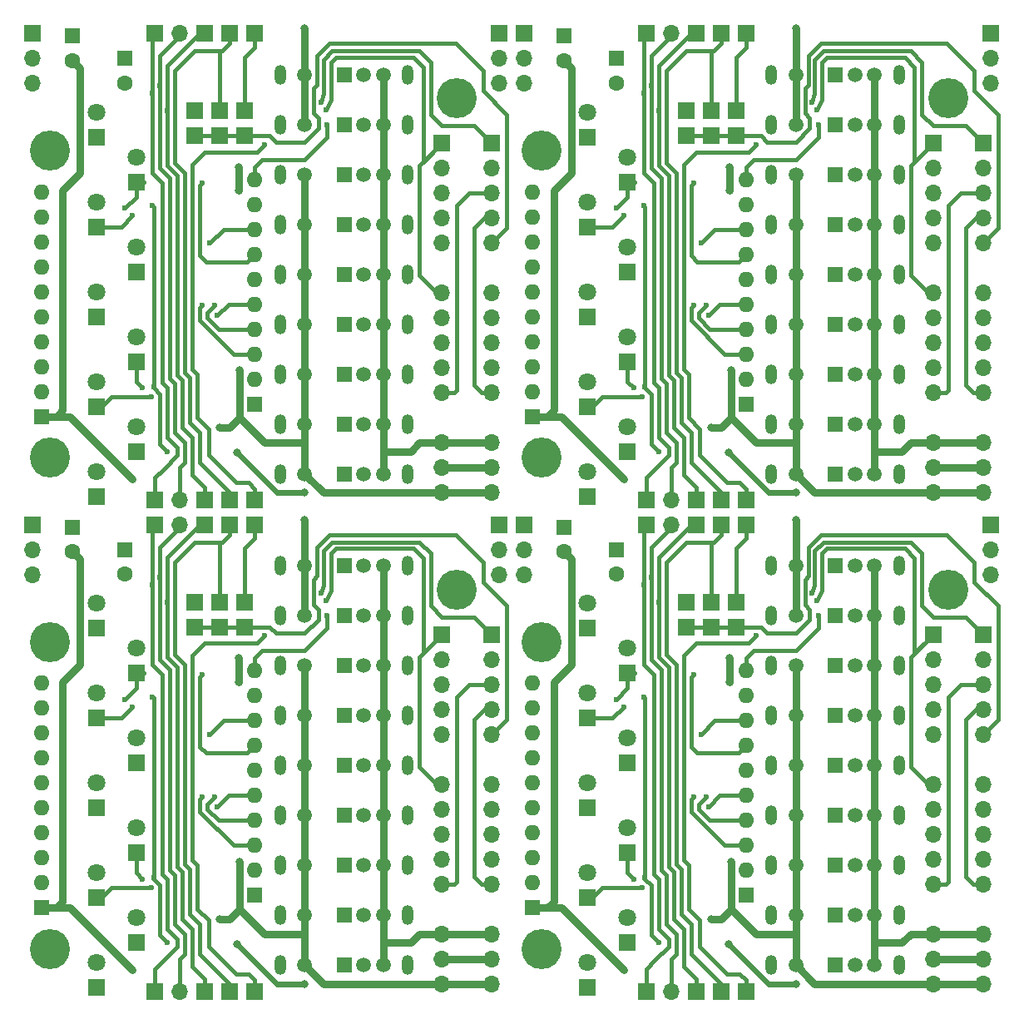
<source format=gtl>
G04 #@! TF.FileFunction,Copper,L1,Top,Signal*
%FSLAX46Y46*%
G04 Gerber Fmt 4.6, Leading zero omitted, Abs format (unit mm)*
G04 Created by KiCad (PCBNEW 4.0.6) date 08/30/17 14:35:39*
%MOMM*%
%LPD*%
G01*
G04 APERTURE LIST*
%ADD10C,0.100000*%
%ADD11R,1.600000X1.600000*%
%ADD12C,1.600000*%
%ADD13C,4.064000*%
%ADD14O,1.600000X1.600000*%
%ADD15R,1.800000X1.800000*%
%ADD16C,1.800000*%
%ADD17O,1.200000X2.000000*%
%ADD18R,1.500000X1.500000*%
%ADD19C,1.500000*%
%ADD20R,1.700000X1.700000*%
%ADD21O,1.700000X1.700000*%
%ADD22C,0.600000*%
%ADD23C,0.800000*%
%ADD24C,0.400000*%
%ADD25C,0.800000*%
%ADD26C,0.600000*%
G04 APERTURE END LIST*
D10*
D11*
X155283000Y-151473000D03*
D12*
X155283000Y-153973000D03*
D13*
X102997000Y-163157000D03*
D11*
X110617000Y-153759000D03*
D12*
X110617000Y-156259000D03*
D11*
X105283000Y-151473000D03*
D12*
X105283000Y-153973000D03*
D11*
X123825000Y-188938000D03*
D14*
X123825000Y-186398000D03*
X123825000Y-183858000D03*
X123825000Y-181318000D03*
X123825000Y-178778000D03*
X123825000Y-176238000D03*
X123825000Y-173698000D03*
X123825000Y-171158000D03*
X123825000Y-168618000D03*
X123825000Y-166078000D03*
D11*
X102108000Y-190208000D03*
D14*
X102108000Y-187668000D03*
X102108000Y-185128000D03*
X102108000Y-182588000D03*
X102108000Y-180048000D03*
X102108000Y-177508000D03*
X102108000Y-174968000D03*
X102108000Y-172428000D03*
X102108000Y-169888000D03*
X102108000Y-167348000D03*
D15*
X107696000Y-198336000D03*
D16*
X107696000Y-195796000D03*
D15*
X111760000Y-193764000D03*
D16*
X111760000Y-191224000D03*
D15*
X107696000Y-189192000D03*
D16*
X107696000Y-186652000D03*
D15*
X111760000Y-184620000D03*
D16*
X111760000Y-182080000D03*
D15*
X107696000Y-180048000D03*
D16*
X107696000Y-177508000D03*
D15*
X111760000Y-175476000D03*
D16*
X111760000Y-172936000D03*
D15*
X107696000Y-170904000D03*
D16*
X107696000Y-168364000D03*
D15*
X111760000Y-166332000D03*
D16*
X111760000Y-163792000D03*
D15*
X107696000Y-161760000D03*
D16*
X107696000Y-159220000D03*
D17*
X126405000Y-196050000D03*
X139405000Y-196050000D03*
D18*
X132905000Y-196050000D03*
D19*
X134905000Y-196050000D03*
X136905000Y-196050000D03*
X128905000Y-196050000D03*
D17*
X126405000Y-190970000D03*
X139405000Y-190970000D03*
D18*
X132905000Y-190970000D03*
D19*
X134905000Y-190970000D03*
X136905000Y-190970000D03*
X128905000Y-190970000D03*
D17*
X126405000Y-185890000D03*
X139405000Y-185890000D03*
D18*
X132905000Y-185890000D03*
D19*
X134905000Y-185890000D03*
X136905000Y-185890000D03*
X128905000Y-185890000D03*
D17*
X126405000Y-180810000D03*
X139405000Y-180810000D03*
D18*
X132905000Y-180810000D03*
D19*
X134905000Y-180810000D03*
X136905000Y-180810000D03*
X128905000Y-180810000D03*
D17*
X126405000Y-175730000D03*
X139405000Y-175730000D03*
D18*
X132905000Y-175730000D03*
D19*
X134905000Y-175730000D03*
X136905000Y-175730000D03*
X128905000Y-175730000D03*
D17*
X126405000Y-170650000D03*
X139405000Y-170650000D03*
D18*
X132905000Y-170650000D03*
D19*
X134905000Y-170650000D03*
X136905000Y-170650000D03*
X128905000Y-170650000D03*
D17*
X126405000Y-165570000D03*
X139405000Y-165570000D03*
D18*
X132905000Y-165570000D03*
D19*
X134905000Y-165570000D03*
X136905000Y-165570000D03*
X128905000Y-165570000D03*
D17*
X126405000Y-160490000D03*
X139405000Y-160490000D03*
D18*
X132905000Y-160490000D03*
D19*
X134905000Y-160490000D03*
X136905000Y-160490000D03*
X128905000Y-160490000D03*
D17*
X126405000Y-155410000D03*
X139405000Y-155410000D03*
D18*
X132905000Y-155410000D03*
D19*
X134905000Y-155410000D03*
X136905000Y-155410000D03*
X128905000Y-155410000D03*
D20*
X147955000Y-162395000D03*
D21*
X147955000Y-164935000D03*
X147955000Y-167475000D03*
X147955000Y-170015000D03*
X147955000Y-172555000D03*
X147955000Y-177635000D03*
X147955000Y-180175000D03*
X147955000Y-182715000D03*
X147955000Y-185255000D03*
X147955000Y-187795000D03*
X147955000Y-192875000D03*
X147955000Y-195415000D03*
X147955000Y-197955000D03*
D20*
X142875000Y-162395000D03*
D21*
X142875000Y-164935000D03*
X142875000Y-167475000D03*
X142875000Y-170015000D03*
X142875000Y-172555000D03*
X142875000Y-177635000D03*
X142875000Y-180175000D03*
X142875000Y-182715000D03*
X142875000Y-185255000D03*
X142875000Y-187795000D03*
X142875000Y-192875000D03*
X142875000Y-195415000D03*
X142875000Y-197955000D03*
D20*
X148717000Y-151219000D03*
D21*
X148717000Y-153759000D03*
X148717000Y-156299000D03*
D20*
X123825000Y-198717000D03*
X113665000Y-198717000D03*
D21*
X116205000Y-198717000D03*
D20*
X113665000Y-151219000D03*
D21*
X116205000Y-151219000D03*
D20*
X122809000Y-161633000D03*
X101219000Y-151219000D03*
D21*
X101219000Y-153759000D03*
X101219000Y-156299000D03*
D20*
X120269000Y-161633000D03*
X117729000Y-161633000D03*
X118745000Y-198717000D03*
X121285000Y-198717000D03*
X122809000Y-159093000D03*
X120269000Y-159093000D03*
X123825000Y-151219000D03*
X121285000Y-151219000D03*
X118745000Y-151219000D03*
X117729000Y-159093000D03*
D13*
X102997000Y-194399000D03*
X144399000Y-157823000D03*
X194399000Y-157823000D03*
X152997000Y-194399000D03*
D20*
X167729000Y-159093000D03*
X168745000Y-151219000D03*
X171285000Y-151219000D03*
X173825000Y-151219000D03*
X170269000Y-159093000D03*
X172809000Y-159093000D03*
X171285000Y-198717000D03*
X168745000Y-198717000D03*
X167729000Y-161633000D03*
X170269000Y-161633000D03*
X151219000Y-151219000D03*
D21*
X151219000Y-153759000D03*
X151219000Y-156299000D03*
D20*
X172809000Y-161633000D03*
X163665000Y-151219000D03*
D21*
X166205000Y-151219000D03*
D20*
X163665000Y-198717000D03*
D21*
X166205000Y-198717000D03*
D20*
X173825000Y-198717000D03*
X198717000Y-151219000D03*
D21*
X198717000Y-153759000D03*
X198717000Y-156299000D03*
D20*
X192875000Y-162395000D03*
D21*
X192875000Y-164935000D03*
X192875000Y-167475000D03*
X192875000Y-170015000D03*
X192875000Y-172555000D03*
X192875000Y-177635000D03*
X192875000Y-180175000D03*
X192875000Y-182715000D03*
X192875000Y-185255000D03*
X192875000Y-187795000D03*
X192875000Y-192875000D03*
X192875000Y-195415000D03*
X192875000Y-197955000D03*
D20*
X197955000Y-162395000D03*
D21*
X197955000Y-164935000D03*
X197955000Y-167475000D03*
X197955000Y-170015000D03*
X197955000Y-172555000D03*
X197955000Y-177635000D03*
X197955000Y-180175000D03*
X197955000Y-182715000D03*
X197955000Y-185255000D03*
X197955000Y-187795000D03*
X197955000Y-192875000D03*
X197955000Y-195415000D03*
X197955000Y-197955000D03*
D17*
X176405000Y-155410000D03*
X189405000Y-155410000D03*
D18*
X182905000Y-155410000D03*
D19*
X184905000Y-155410000D03*
X186905000Y-155410000D03*
X178905000Y-155410000D03*
D17*
X176405000Y-160490000D03*
X189405000Y-160490000D03*
D18*
X182905000Y-160490000D03*
D19*
X184905000Y-160490000D03*
X186905000Y-160490000D03*
X178905000Y-160490000D03*
D17*
X176405000Y-165570000D03*
X189405000Y-165570000D03*
D18*
X182905000Y-165570000D03*
D19*
X184905000Y-165570000D03*
X186905000Y-165570000D03*
X178905000Y-165570000D03*
D17*
X176405000Y-170650000D03*
X189405000Y-170650000D03*
D18*
X182905000Y-170650000D03*
D19*
X184905000Y-170650000D03*
X186905000Y-170650000D03*
X178905000Y-170650000D03*
D17*
X176405000Y-175730000D03*
X189405000Y-175730000D03*
D18*
X182905000Y-175730000D03*
D19*
X184905000Y-175730000D03*
X186905000Y-175730000D03*
X178905000Y-175730000D03*
D17*
X176405000Y-180810000D03*
X189405000Y-180810000D03*
D18*
X182905000Y-180810000D03*
D19*
X184905000Y-180810000D03*
X186905000Y-180810000D03*
X178905000Y-180810000D03*
D17*
X176405000Y-185890000D03*
X189405000Y-185890000D03*
D18*
X182905000Y-185890000D03*
D19*
X184905000Y-185890000D03*
X186905000Y-185890000D03*
X178905000Y-185890000D03*
D17*
X176405000Y-190970000D03*
X189405000Y-190970000D03*
D18*
X182905000Y-190970000D03*
D19*
X184905000Y-190970000D03*
X186905000Y-190970000D03*
X178905000Y-190970000D03*
D17*
X176405000Y-196050000D03*
X189405000Y-196050000D03*
D18*
X182905000Y-196050000D03*
D19*
X184905000Y-196050000D03*
X186905000Y-196050000D03*
X178905000Y-196050000D03*
D15*
X157696000Y-161760000D03*
D16*
X157696000Y-159220000D03*
D15*
X161760000Y-166332000D03*
D16*
X161760000Y-163792000D03*
D15*
X157696000Y-170904000D03*
D16*
X157696000Y-168364000D03*
D15*
X161760000Y-175476000D03*
D16*
X161760000Y-172936000D03*
D15*
X157696000Y-180048000D03*
D16*
X157696000Y-177508000D03*
D15*
X161760000Y-184620000D03*
D16*
X161760000Y-182080000D03*
D15*
X157696000Y-189192000D03*
D16*
X157696000Y-186652000D03*
D15*
X161760000Y-193764000D03*
D16*
X161760000Y-191224000D03*
D15*
X157696000Y-198336000D03*
D16*
X157696000Y-195796000D03*
D11*
X152108000Y-190208000D03*
D14*
X152108000Y-187668000D03*
X152108000Y-185128000D03*
X152108000Y-182588000D03*
X152108000Y-180048000D03*
X152108000Y-177508000D03*
X152108000Y-174968000D03*
X152108000Y-172428000D03*
X152108000Y-169888000D03*
X152108000Y-167348000D03*
D11*
X173825000Y-188938000D03*
D14*
X173825000Y-186398000D03*
X173825000Y-183858000D03*
X173825000Y-181318000D03*
X173825000Y-178778000D03*
X173825000Y-176238000D03*
X173825000Y-173698000D03*
X173825000Y-171158000D03*
X173825000Y-168618000D03*
X173825000Y-166078000D03*
D11*
X160617000Y-153759000D03*
D12*
X160617000Y-156259000D03*
D13*
X152997000Y-163157000D03*
X152997000Y-113157000D03*
D11*
X160617000Y-103759000D03*
D12*
X160617000Y-106259000D03*
D11*
X155283000Y-101473000D03*
D12*
X155283000Y-103973000D03*
D11*
X173825000Y-138938000D03*
D14*
X173825000Y-136398000D03*
X173825000Y-133858000D03*
X173825000Y-131318000D03*
X173825000Y-128778000D03*
X173825000Y-126238000D03*
X173825000Y-123698000D03*
X173825000Y-121158000D03*
X173825000Y-118618000D03*
X173825000Y-116078000D03*
D11*
X152108000Y-140208000D03*
D14*
X152108000Y-137668000D03*
X152108000Y-135128000D03*
X152108000Y-132588000D03*
X152108000Y-130048000D03*
X152108000Y-127508000D03*
X152108000Y-124968000D03*
X152108000Y-122428000D03*
X152108000Y-119888000D03*
X152108000Y-117348000D03*
D15*
X157696000Y-148336000D03*
D16*
X157696000Y-145796000D03*
D15*
X161760000Y-143764000D03*
D16*
X161760000Y-141224000D03*
D15*
X157696000Y-139192000D03*
D16*
X157696000Y-136652000D03*
D15*
X161760000Y-134620000D03*
D16*
X161760000Y-132080000D03*
D15*
X157696000Y-130048000D03*
D16*
X157696000Y-127508000D03*
D15*
X161760000Y-125476000D03*
D16*
X161760000Y-122936000D03*
D15*
X157696000Y-120904000D03*
D16*
X157696000Y-118364000D03*
D15*
X161760000Y-116332000D03*
D16*
X161760000Y-113792000D03*
D15*
X157696000Y-111760000D03*
D16*
X157696000Y-109220000D03*
D17*
X176405000Y-146050000D03*
X189405000Y-146050000D03*
D18*
X182905000Y-146050000D03*
D19*
X184905000Y-146050000D03*
X186905000Y-146050000D03*
X178905000Y-146050000D03*
D17*
X176405000Y-140970000D03*
X189405000Y-140970000D03*
D18*
X182905000Y-140970000D03*
D19*
X184905000Y-140970000D03*
X186905000Y-140970000D03*
X178905000Y-140970000D03*
D17*
X176405000Y-135890000D03*
X189405000Y-135890000D03*
D18*
X182905000Y-135890000D03*
D19*
X184905000Y-135890000D03*
X186905000Y-135890000D03*
X178905000Y-135890000D03*
D17*
X176405000Y-130810000D03*
X189405000Y-130810000D03*
D18*
X182905000Y-130810000D03*
D19*
X184905000Y-130810000D03*
X186905000Y-130810000D03*
X178905000Y-130810000D03*
D17*
X176405000Y-125730000D03*
X189405000Y-125730000D03*
D18*
X182905000Y-125730000D03*
D19*
X184905000Y-125730000D03*
X186905000Y-125730000D03*
X178905000Y-125730000D03*
D17*
X176405000Y-120650000D03*
X189405000Y-120650000D03*
D18*
X182905000Y-120650000D03*
D19*
X184905000Y-120650000D03*
X186905000Y-120650000D03*
X178905000Y-120650000D03*
D17*
X176405000Y-115570000D03*
X189405000Y-115570000D03*
D18*
X182905000Y-115570000D03*
D19*
X184905000Y-115570000D03*
X186905000Y-115570000D03*
X178905000Y-115570000D03*
D17*
X176405000Y-110490000D03*
X189405000Y-110490000D03*
D18*
X182905000Y-110490000D03*
D19*
X184905000Y-110490000D03*
X186905000Y-110490000D03*
X178905000Y-110490000D03*
D17*
X176405000Y-105410000D03*
X189405000Y-105410000D03*
D18*
X182905000Y-105410000D03*
D19*
X184905000Y-105410000D03*
X186905000Y-105410000D03*
X178905000Y-105410000D03*
D20*
X197955000Y-112395000D03*
D21*
X197955000Y-114935000D03*
X197955000Y-117475000D03*
X197955000Y-120015000D03*
X197955000Y-122555000D03*
X197955000Y-127635000D03*
X197955000Y-130175000D03*
X197955000Y-132715000D03*
X197955000Y-135255000D03*
X197955000Y-137795000D03*
X197955000Y-142875000D03*
X197955000Y-145415000D03*
X197955000Y-147955000D03*
D20*
X192875000Y-112395000D03*
D21*
X192875000Y-114935000D03*
X192875000Y-117475000D03*
X192875000Y-120015000D03*
X192875000Y-122555000D03*
X192875000Y-127635000D03*
X192875000Y-130175000D03*
X192875000Y-132715000D03*
X192875000Y-135255000D03*
X192875000Y-137795000D03*
X192875000Y-142875000D03*
X192875000Y-145415000D03*
X192875000Y-147955000D03*
D20*
X198717000Y-101219000D03*
D21*
X198717000Y-103759000D03*
X198717000Y-106299000D03*
D20*
X173825000Y-148717000D03*
X163665000Y-148717000D03*
D21*
X166205000Y-148717000D03*
D20*
X163665000Y-101219000D03*
D21*
X166205000Y-101219000D03*
D20*
X172809000Y-111633000D03*
X151219000Y-101219000D03*
D21*
X151219000Y-103759000D03*
X151219000Y-106299000D03*
D20*
X170269000Y-111633000D03*
X167729000Y-111633000D03*
X168745000Y-148717000D03*
X171285000Y-148717000D03*
X172809000Y-109093000D03*
X170269000Y-109093000D03*
X173825000Y-101219000D03*
X171285000Y-101219000D03*
X168745000Y-101219000D03*
X167729000Y-109093000D03*
D13*
X152997000Y-144399000D03*
X194399000Y-107823000D03*
X144399000Y-107823000D03*
X102997000Y-144399000D03*
D20*
X117729000Y-109093000D03*
X118745000Y-101219000D03*
X121285000Y-101219000D03*
X123825000Y-101219000D03*
X120269000Y-109093000D03*
X122809000Y-109093000D03*
X121285000Y-148717000D03*
X118745000Y-148717000D03*
X117729000Y-111633000D03*
X120269000Y-111633000D03*
X101219000Y-101219000D03*
D21*
X101219000Y-103759000D03*
X101219000Y-106299000D03*
D20*
X122809000Y-111633000D03*
X113665000Y-101219000D03*
D21*
X116205000Y-101219000D03*
D20*
X113665000Y-148717000D03*
D21*
X116205000Y-148717000D03*
D20*
X123825000Y-148717000D03*
X148717000Y-101219000D03*
D21*
X148717000Y-103759000D03*
X148717000Y-106299000D03*
D20*
X142875000Y-112395000D03*
D21*
X142875000Y-114935000D03*
X142875000Y-117475000D03*
X142875000Y-120015000D03*
X142875000Y-122555000D03*
X142875000Y-127635000D03*
X142875000Y-130175000D03*
X142875000Y-132715000D03*
X142875000Y-135255000D03*
X142875000Y-137795000D03*
X142875000Y-142875000D03*
X142875000Y-145415000D03*
X142875000Y-147955000D03*
D20*
X147955000Y-112395000D03*
D21*
X147955000Y-114935000D03*
X147955000Y-117475000D03*
X147955000Y-120015000D03*
X147955000Y-122555000D03*
X147955000Y-127635000D03*
X147955000Y-130175000D03*
X147955000Y-132715000D03*
X147955000Y-135255000D03*
X147955000Y-137795000D03*
X147955000Y-142875000D03*
X147955000Y-145415000D03*
X147955000Y-147955000D03*
D17*
X126405000Y-105410000D03*
X139405000Y-105410000D03*
D18*
X132905000Y-105410000D03*
D19*
X134905000Y-105410000D03*
X136905000Y-105410000D03*
X128905000Y-105410000D03*
D17*
X126405000Y-110490000D03*
X139405000Y-110490000D03*
D18*
X132905000Y-110490000D03*
D19*
X134905000Y-110490000D03*
X136905000Y-110490000D03*
X128905000Y-110490000D03*
D17*
X126405000Y-115570000D03*
X139405000Y-115570000D03*
D18*
X132905000Y-115570000D03*
D19*
X134905000Y-115570000D03*
X136905000Y-115570000D03*
X128905000Y-115570000D03*
D17*
X126405000Y-120650000D03*
X139405000Y-120650000D03*
D18*
X132905000Y-120650000D03*
D19*
X134905000Y-120650000D03*
X136905000Y-120650000D03*
X128905000Y-120650000D03*
D17*
X126405000Y-125730000D03*
X139405000Y-125730000D03*
D18*
X132905000Y-125730000D03*
D19*
X134905000Y-125730000D03*
X136905000Y-125730000D03*
X128905000Y-125730000D03*
D17*
X126405000Y-130810000D03*
X139405000Y-130810000D03*
D18*
X132905000Y-130810000D03*
D19*
X134905000Y-130810000D03*
X136905000Y-130810000D03*
X128905000Y-130810000D03*
D17*
X126405000Y-135890000D03*
X139405000Y-135890000D03*
D18*
X132905000Y-135890000D03*
D19*
X134905000Y-135890000D03*
X136905000Y-135890000D03*
X128905000Y-135890000D03*
D17*
X126405000Y-140970000D03*
X139405000Y-140970000D03*
D18*
X132905000Y-140970000D03*
D19*
X134905000Y-140970000D03*
X136905000Y-140970000D03*
X128905000Y-140970000D03*
D17*
X126405000Y-146050000D03*
X139405000Y-146050000D03*
D18*
X132905000Y-146050000D03*
D19*
X134905000Y-146050000D03*
X136905000Y-146050000D03*
X128905000Y-146050000D03*
D15*
X107696000Y-111760000D03*
D16*
X107696000Y-109220000D03*
D15*
X111760000Y-116332000D03*
D16*
X111760000Y-113792000D03*
D15*
X107696000Y-120904000D03*
D16*
X107696000Y-118364000D03*
D15*
X111760000Y-125476000D03*
D16*
X111760000Y-122936000D03*
D15*
X107696000Y-130048000D03*
D16*
X107696000Y-127508000D03*
D15*
X111760000Y-134620000D03*
D16*
X111760000Y-132080000D03*
D15*
X107696000Y-139192000D03*
D16*
X107696000Y-136652000D03*
D15*
X111760000Y-143764000D03*
D16*
X111760000Y-141224000D03*
D15*
X107696000Y-148336000D03*
D16*
X107696000Y-145796000D03*
D11*
X102108000Y-140208000D03*
D14*
X102108000Y-137668000D03*
X102108000Y-135128000D03*
X102108000Y-132588000D03*
X102108000Y-130048000D03*
X102108000Y-127508000D03*
X102108000Y-124968000D03*
X102108000Y-122428000D03*
X102108000Y-119888000D03*
X102108000Y-117348000D03*
D11*
X123825000Y-138938000D03*
D14*
X123825000Y-136398000D03*
X123825000Y-133858000D03*
X123825000Y-131318000D03*
X123825000Y-128778000D03*
X123825000Y-126238000D03*
X123825000Y-123698000D03*
X123825000Y-121158000D03*
X123825000Y-118618000D03*
X123825000Y-116078000D03*
D11*
X105283000Y-101473000D03*
D12*
X105283000Y-103973000D03*
D11*
X110617000Y-103759000D03*
D12*
X110617000Y-106259000D03*
D13*
X102997000Y-113157000D03*
D22*
X131064000Y-158966000D03*
X113411000Y-157315000D03*
X163411000Y-157315000D03*
X181064000Y-158966000D03*
X181064000Y-108966000D03*
X163411000Y-107315000D03*
X113411000Y-107315000D03*
X131064000Y-108966000D03*
X114173000Y-156553000D03*
X130556000Y-158204000D03*
X180556000Y-158204000D03*
X164173000Y-156553000D03*
X164173000Y-106553000D03*
X180556000Y-108204000D03*
X130556000Y-108204000D03*
X114173000Y-106553000D03*
X114935000Y-159093000D03*
X124841000Y-162522000D03*
X174841000Y-162522000D03*
X164935000Y-159093000D03*
X164935000Y-109093000D03*
X174841000Y-112522000D03*
X124841000Y-112522000D03*
X114935000Y-109093000D03*
D23*
X122301000Y-185509000D03*
X120269000Y-191351000D03*
X128905000Y-150711000D03*
X122174000Y-167221000D03*
X122174000Y-164808000D03*
X172174000Y-164808000D03*
X172174000Y-167221000D03*
X178905000Y-150711000D03*
X170269000Y-191351000D03*
X172301000Y-185509000D03*
X172301000Y-135509000D03*
X170269000Y-141351000D03*
X178905000Y-100711000D03*
X172174000Y-117221000D03*
X172174000Y-114808000D03*
X122174000Y-114808000D03*
X122174000Y-117221000D03*
X128905000Y-100711000D03*
X120269000Y-141351000D03*
X122301000Y-135509000D03*
X111379000Y-196558000D03*
X161379000Y-196558000D03*
X161379000Y-146558000D03*
X111379000Y-146558000D03*
D22*
X114935000Y-193764000D03*
X113538000Y-187160000D03*
D23*
X122047000Y-193891000D03*
X128905000Y-197955000D03*
D22*
X113411000Y-168745000D03*
X163411000Y-168745000D03*
D23*
X178905000Y-197955000D03*
X172047000Y-193891000D03*
D22*
X163538000Y-187160000D03*
X164935000Y-193764000D03*
X164935000Y-143764000D03*
X163538000Y-137160000D03*
D23*
X172047000Y-143891000D03*
X178905000Y-147955000D03*
D22*
X163411000Y-118745000D03*
X113411000Y-118745000D03*
D23*
X128905000Y-147955000D03*
X122047000Y-143891000D03*
D22*
X113538000Y-137160000D03*
X114935000Y-143764000D03*
X110617000Y-168999000D03*
X160617000Y-168999000D03*
X160617000Y-118999000D03*
X110617000Y-118999000D03*
X111379000Y-169761000D03*
X161379000Y-169761000D03*
X161379000Y-119761000D03*
X111379000Y-119761000D03*
X112395000Y-187287000D03*
X162395000Y-187287000D03*
X162395000Y-137287000D03*
X112395000Y-137287000D03*
X113284000Y-188176000D03*
X163284000Y-188176000D03*
X163284000Y-138176000D03*
X113284000Y-138176000D03*
X131191000Y-160490000D03*
X181191000Y-160490000D03*
X181191000Y-110490000D03*
X131191000Y-110490000D03*
X119253000Y-172555000D03*
X169253000Y-172555000D03*
X169253000Y-122555000D03*
X119253000Y-122555000D03*
X118491000Y-166459000D03*
X168491000Y-166459000D03*
X168491000Y-116459000D03*
X118491000Y-116459000D03*
X120015000Y-179921000D03*
X170015000Y-179921000D03*
X170015000Y-129921000D03*
X120015000Y-129921000D03*
X119761000Y-178905000D03*
X169761000Y-178905000D03*
X169761000Y-128905000D03*
X119761000Y-128905000D03*
X118491000Y-178905000D03*
X168491000Y-178905000D03*
X168491000Y-128905000D03*
X118491000Y-128905000D03*
D24*
X140589000Y-175857000D02*
X140589000Y-164681000D01*
X140589000Y-164681000D02*
X142875000Y-162395000D01*
X142367000Y-177635000D02*
X140589000Y-175857000D01*
X142875000Y-177635000D02*
X142367000Y-177635000D01*
X113411000Y-165443000D02*
X114427000Y-166459000D01*
X114427000Y-166459000D02*
X114427000Y-186779000D01*
X114427000Y-186779000D02*
X114935000Y-187287000D01*
X114935000Y-187287000D02*
X114935000Y-192367000D01*
X114935000Y-192367000D02*
X115951000Y-193383000D01*
X115951000Y-193383000D02*
X115951000Y-194145000D01*
X114554000Y-195542000D02*
X113665000Y-196431000D01*
X115951000Y-194145000D02*
X114554000Y-195542000D01*
X113665000Y-196431000D02*
X113665000Y-198717000D01*
X113411000Y-157315000D02*
X113411000Y-165443000D01*
X113411000Y-150711000D02*
X113411000Y-157315000D01*
X131064000Y-158966000D02*
X131572000Y-157950000D01*
X131572000Y-157950000D02*
X131572000Y-154140000D01*
X131572000Y-154140000D02*
X132064998Y-153647002D01*
X132064998Y-153647002D02*
X139969002Y-153647002D01*
X139969002Y-153647002D02*
X140970000Y-154648000D01*
X140970000Y-154648000D02*
X140970000Y-164300000D01*
X140970000Y-164300000D02*
X142875000Y-162395000D01*
X190970000Y-164300000D02*
X192875000Y-162395000D01*
X190970000Y-154648000D02*
X190970000Y-164300000D01*
X189969002Y-153647002D02*
X190970000Y-154648000D01*
X182064998Y-153647002D02*
X189969002Y-153647002D01*
X181572000Y-154140000D02*
X182064998Y-153647002D01*
X181572000Y-157950000D02*
X181572000Y-154140000D01*
X181064000Y-158966000D02*
X181572000Y-157950000D01*
X163411000Y-150711000D02*
X163411000Y-157315000D01*
X163411000Y-157315000D02*
X163411000Y-165443000D01*
X163665000Y-196431000D02*
X163665000Y-198717000D01*
X165951000Y-194145000D02*
X164554000Y-195542000D01*
X164554000Y-195542000D02*
X163665000Y-196431000D01*
X165951000Y-193383000D02*
X165951000Y-194145000D01*
X164935000Y-192367000D02*
X165951000Y-193383000D01*
X164935000Y-187287000D02*
X164935000Y-192367000D01*
X164427000Y-186779000D02*
X164935000Y-187287000D01*
X164427000Y-166459000D02*
X164427000Y-186779000D01*
X163411000Y-165443000D02*
X164427000Y-166459000D01*
X192875000Y-177635000D02*
X192367000Y-177635000D01*
X192367000Y-177635000D02*
X190589000Y-175857000D01*
X190589000Y-164681000D02*
X192875000Y-162395000D01*
X190589000Y-175857000D02*
X190589000Y-164681000D01*
X190589000Y-125857000D02*
X190589000Y-114681000D01*
X190589000Y-114681000D02*
X192875000Y-112395000D01*
X192367000Y-127635000D02*
X190589000Y-125857000D01*
X192875000Y-127635000D02*
X192367000Y-127635000D01*
X163411000Y-115443000D02*
X164427000Y-116459000D01*
X164427000Y-116459000D02*
X164427000Y-136779000D01*
X164427000Y-136779000D02*
X164935000Y-137287000D01*
X164935000Y-137287000D02*
X164935000Y-142367000D01*
X164935000Y-142367000D02*
X165951000Y-143383000D01*
X165951000Y-143383000D02*
X165951000Y-144145000D01*
X164554000Y-145542000D02*
X163665000Y-146431000D01*
X165951000Y-144145000D02*
X164554000Y-145542000D01*
X163665000Y-146431000D02*
X163665000Y-148717000D01*
X163411000Y-107315000D02*
X163411000Y-115443000D01*
X163411000Y-100711000D02*
X163411000Y-107315000D01*
X181064000Y-108966000D02*
X181572000Y-107950000D01*
X181572000Y-107950000D02*
X181572000Y-104140000D01*
X181572000Y-104140000D02*
X182064998Y-103647002D01*
X182064998Y-103647002D02*
X189969002Y-103647002D01*
X189969002Y-103647002D02*
X190970000Y-104648000D01*
X190970000Y-104648000D02*
X190970000Y-114300000D01*
X190970000Y-114300000D02*
X192875000Y-112395000D01*
X140970000Y-114300000D02*
X142875000Y-112395000D01*
X140970000Y-104648000D02*
X140970000Y-114300000D01*
X139969002Y-103647002D02*
X140970000Y-104648000D01*
X132064998Y-103647002D02*
X139969002Y-103647002D01*
X131572000Y-104140000D02*
X132064998Y-103647002D01*
X131572000Y-107950000D02*
X131572000Y-104140000D01*
X131064000Y-108966000D02*
X131572000Y-107950000D01*
X113411000Y-100711000D02*
X113411000Y-107315000D01*
X113411000Y-107315000D02*
X113411000Y-115443000D01*
X113665000Y-146431000D02*
X113665000Y-148717000D01*
X115951000Y-144145000D02*
X114554000Y-145542000D01*
X114554000Y-145542000D02*
X113665000Y-146431000D01*
X115951000Y-143383000D02*
X115951000Y-144145000D01*
X114935000Y-142367000D02*
X115951000Y-143383000D01*
X114935000Y-137287000D02*
X114935000Y-142367000D01*
X114427000Y-136779000D02*
X114935000Y-137287000D01*
X114427000Y-116459000D02*
X114427000Y-136779000D01*
X113411000Y-115443000D02*
X114427000Y-116459000D01*
X142875000Y-127635000D02*
X142367000Y-127635000D01*
X142367000Y-127635000D02*
X140589000Y-125857000D01*
X140589000Y-114681000D02*
X142875000Y-112395000D01*
X140589000Y-125857000D02*
X140589000Y-114681000D01*
X116205000Y-195415000D02*
X116713000Y-194907000D01*
X116713000Y-194907000D02*
X116713000Y-192875000D01*
X116713000Y-192875000D02*
X115697000Y-191859000D01*
X115697000Y-191859000D02*
X115697000Y-186890998D01*
X115697000Y-186890998D02*
X115189000Y-186382998D01*
X115189000Y-186382998D02*
X115189000Y-165951000D01*
X115189000Y-165951000D02*
X114173000Y-164935000D01*
X114173000Y-156553000D02*
X114173000Y-153505000D01*
X114173000Y-164935000D02*
X114173000Y-156553000D01*
X114173000Y-153505000D02*
X116205000Y-151473000D01*
X116205000Y-151473000D02*
X116205000Y-151219000D01*
X116205000Y-198717000D02*
X116205000Y-195415000D01*
X146177000Y-160617000D02*
X147955000Y-162395000D01*
X141732000Y-159474000D02*
X142875000Y-160617000D01*
X141732000Y-154140000D02*
X141732000Y-159474000D01*
X140589000Y-152997000D02*
X141732000Y-154140000D01*
X131699000Y-152997000D02*
X140589000Y-152997000D01*
X130810000Y-153886000D02*
X131699000Y-152997000D01*
X130810000Y-157315000D02*
X130810000Y-153886000D01*
X130556000Y-158204000D02*
X130810000Y-157315000D01*
X142875000Y-160617000D02*
X146177000Y-160617000D01*
X192875000Y-160617000D02*
X196177000Y-160617000D01*
X180556000Y-158204000D02*
X180810000Y-157315000D01*
X180810000Y-157315000D02*
X180810000Y-153886000D01*
X180810000Y-153886000D02*
X181699000Y-152997000D01*
X181699000Y-152997000D02*
X190589000Y-152997000D01*
X190589000Y-152997000D02*
X191732000Y-154140000D01*
X191732000Y-154140000D02*
X191732000Y-159474000D01*
X191732000Y-159474000D02*
X192875000Y-160617000D01*
X196177000Y-160617000D02*
X197955000Y-162395000D01*
X166205000Y-198717000D02*
X166205000Y-195415000D01*
X166205000Y-151473000D02*
X166205000Y-151219000D01*
X164173000Y-153505000D02*
X166205000Y-151473000D01*
X164173000Y-164935000D02*
X164173000Y-156553000D01*
X164173000Y-156553000D02*
X164173000Y-153505000D01*
X165189000Y-165951000D02*
X164173000Y-164935000D01*
X165189000Y-186382998D02*
X165189000Y-165951000D01*
X165697000Y-186890998D02*
X165189000Y-186382998D01*
X165697000Y-191859000D02*
X165697000Y-186890998D01*
X166713000Y-192875000D02*
X165697000Y-191859000D01*
X166713000Y-194907000D02*
X166713000Y-192875000D01*
X166205000Y-195415000D02*
X166713000Y-194907000D01*
X166205000Y-145415000D02*
X166713000Y-144907000D01*
X166713000Y-144907000D02*
X166713000Y-142875000D01*
X166713000Y-142875000D02*
X165697000Y-141859000D01*
X165697000Y-141859000D02*
X165697000Y-136890998D01*
X165697000Y-136890998D02*
X165189000Y-136382998D01*
X165189000Y-136382998D02*
X165189000Y-115951000D01*
X165189000Y-115951000D02*
X164173000Y-114935000D01*
X164173000Y-106553000D02*
X164173000Y-103505000D01*
X164173000Y-114935000D02*
X164173000Y-106553000D01*
X164173000Y-103505000D02*
X166205000Y-101473000D01*
X166205000Y-101473000D02*
X166205000Y-101219000D01*
X166205000Y-148717000D02*
X166205000Y-145415000D01*
X196177000Y-110617000D02*
X197955000Y-112395000D01*
X191732000Y-109474000D02*
X192875000Y-110617000D01*
X191732000Y-104140000D02*
X191732000Y-109474000D01*
X190589000Y-102997000D02*
X191732000Y-104140000D01*
X181699000Y-102997000D02*
X190589000Y-102997000D01*
X180810000Y-103886000D02*
X181699000Y-102997000D01*
X180810000Y-107315000D02*
X180810000Y-103886000D01*
X180556000Y-108204000D02*
X180810000Y-107315000D01*
X192875000Y-110617000D02*
X196177000Y-110617000D01*
X142875000Y-110617000D02*
X146177000Y-110617000D01*
X130556000Y-108204000D02*
X130810000Y-107315000D01*
X130810000Y-107315000D02*
X130810000Y-103886000D01*
X130810000Y-103886000D02*
X131699000Y-102997000D01*
X131699000Y-102997000D02*
X140589000Y-102997000D01*
X140589000Y-102997000D02*
X141732000Y-104140000D01*
X141732000Y-104140000D02*
X141732000Y-109474000D01*
X141732000Y-109474000D02*
X142875000Y-110617000D01*
X146177000Y-110617000D02*
X147955000Y-112395000D01*
X116205000Y-148717000D02*
X116205000Y-145415000D01*
X116205000Y-101473000D02*
X116205000Y-101219000D01*
X114173000Y-103505000D02*
X116205000Y-101473000D01*
X114173000Y-114935000D02*
X114173000Y-106553000D01*
X114173000Y-106553000D02*
X114173000Y-103505000D01*
X115189000Y-115951000D02*
X114173000Y-114935000D01*
X115189000Y-136382998D02*
X115189000Y-115951000D01*
X115697000Y-136890998D02*
X115189000Y-136382998D01*
X115697000Y-141859000D02*
X115697000Y-136890998D01*
X116713000Y-142875000D02*
X115697000Y-141859000D01*
X116713000Y-144907000D02*
X116713000Y-142875000D01*
X116205000Y-145415000D02*
X116713000Y-144907000D01*
X114935000Y-164681000D02*
X115951000Y-165697000D01*
X115951000Y-165697000D02*
X115951000Y-186017000D01*
X115951000Y-186017000D02*
X116459000Y-186525000D01*
X116459000Y-186525000D02*
X116459000Y-191351000D01*
X116459000Y-191351000D02*
X117475000Y-192367000D01*
X117475000Y-192367000D02*
X117475000Y-196177000D01*
X117475000Y-196177000D02*
X118745000Y-197447000D01*
X118745000Y-197447000D02*
X118745000Y-198717000D01*
X114935000Y-159093000D02*
X114935000Y-164681000D01*
X116713000Y-152743000D02*
X116713000Y-152743000D01*
X116713000Y-152743000D02*
X114935000Y-154521000D01*
X114935000Y-154521000D02*
X114935000Y-159093000D01*
X118237000Y-151219000D02*
X116713000Y-152743000D01*
X118745000Y-151219000D02*
X118237000Y-151219000D01*
X121285000Y-197955000D02*
X121285000Y-198717000D01*
X116713000Y-185763000D02*
X117221000Y-186271000D01*
X117221000Y-186271000D02*
X117221000Y-190843000D01*
X117221000Y-190843000D02*
X118237000Y-191859000D01*
X118237000Y-191859000D02*
X118237000Y-194907000D01*
X118237000Y-194907000D02*
X121285000Y-197955000D01*
X121285000Y-151219000D02*
X121285000Y-152235000D01*
X115697000Y-164427000D02*
X116713000Y-165443000D01*
X115697000Y-155029000D02*
X115697000Y-164427000D01*
X117729000Y-152997000D02*
X115697000Y-155029000D01*
X120269000Y-152997000D02*
X117729000Y-152997000D01*
X120523000Y-152997000D02*
X120269000Y-152997000D01*
X121285000Y-152235000D02*
X120523000Y-152997000D01*
X116713000Y-165443000D02*
X116713000Y-185763000D01*
X123825000Y-151219000D02*
X123825000Y-151727000D01*
X125349000Y-161633000D02*
X125984000Y-162268000D01*
X125984000Y-162268000D02*
X128905000Y-162268000D01*
X128905000Y-162268000D02*
X130302000Y-160871000D01*
X130302000Y-160871000D02*
X130302000Y-159843998D01*
X130302000Y-159843998D02*
X129805002Y-159347000D01*
X129805002Y-159347000D02*
X129805002Y-156795998D01*
X129805002Y-156795998D02*
X130159998Y-156441002D01*
X130159998Y-156441002D02*
X130159998Y-153520002D01*
X130159998Y-153520002D02*
X131445000Y-152235000D01*
X131445000Y-152235000D02*
X144272000Y-152235000D01*
X144272000Y-152235000D02*
X147066000Y-155029000D01*
X147066000Y-155029000D02*
X147066000Y-157061000D01*
X147066000Y-157061000D02*
X149479000Y-159474000D01*
X149479000Y-159474000D02*
X149479000Y-171031000D01*
X149479000Y-171031000D02*
X147955000Y-172555000D01*
X122809000Y-161633000D02*
X125349000Y-161633000D01*
X120269000Y-161633000D02*
X117729000Y-161633000D01*
X122809000Y-161633000D02*
X120269000Y-161633000D01*
X120269000Y-159093000D02*
X120269000Y-152997000D01*
X122809000Y-153632000D02*
X123825000Y-152616000D01*
X123825000Y-152616000D02*
X123825000Y-151219000D01*
X122809000Y-159093000D02*
X122809000Y-153632000D01*
X124841000Y-162522000D02*
X124079000Y-163284000D01*
X124079000Y-163284000D02*
X118745000Y-163284000D01*
X118745000Y-163284000D02*
X117475000Y-164554000D01*
X117475000Y-164554000D02*
X117475000Y-185382000D01*
X117475000Y-185382000D02*
X117983000Y-185890000D01*
X117983000Y-185890000D02*
X117983000Y-190335000D01*
X117983000Y-190335000D02*
X119126000Y-191478000D01*
X119126000Y-191478000D02*
X119126000Y-194145000D01*
X119126000Y-194145000D02*
X121920000Y-196939000D01*
X121920000Y-196939000D02*
X123190000Y-196939000D01*
X123190000Y-196939000D02*
X123825000Y-197574000D01*
X123825000Y-197574000D02*
X123825000Y-198717000D01*
X173825000Y-197574000D02*
X173825000Y-198717000D01*
X173190000Y-196939000D02*
X173825000Y-197574000D01*
X171920000Y-196939000D02*
X173190000Y-196939000D01*
X169126000Y-194145000D02*
X171920000Y-196939000D01*
X169126000Y-191478000D02*
X169126000Y-194145000D01*
X167983000Y-190335000D02*
X169126000Y-191478000D01*
X167983000Y-185890000D02*
X167983000Y-190335000D01*
X167475000Y-185382000D02*
X167983000Y-185890000D01*
X167475000Y-164554000D02*
X167475000Y-185382000D01*
X168745000Y-163284000D02*
X167475000Y-164554000D01*
X174079000Y-163284000D02*
X168745000Y-163284000D01*
X174841000Y-162522000D02*
X174079000Y-163284000D01*
X172809000Y-159093000D02*
X172809000Y-153632000D01*
X172809000Y-153632000D02*
X173825000Y-152616000D01*
X173825000Y-152616000D02*
X173825000Y-151219000D01*
X170269000Y-159093000D02*
X170269000Y-152997000D01*
X172809000Y-161633000D02*
X170269000Y-161633000D01*
X170269000Y-161633000D02*
X167729000Y-161633000D01*
X172809000Y-161633000D02*
X175349000Y-161633000D01*
X199479000Y-171031000D02*
X197955000Y-172555000D01*
X199479000Y-159474000D02*
X199479000Y-171031000D01*
X197066000Y-157061000D02*
X199479000Y-159474000D01*
X197066000Y-155029000D02*
X197066000Y-157061000D01*
X194272000Y-152235000D02*
X197066000Y-155029000D01*
X181445000Y-152235000D02*
X194272000Y-152235000D01*
X180159998Y-153520002D02*
X181445000Y-152235000D01*
X180159998Y-156441002D02*
X180159998Y-153520002D01*
X179805002Y-156795998D02*
X180159998Y-156441002D01*
X179805002Y-159347000D02*
X179805002Y-156795998D01*
X180302000Y-159843998D02*
X179805002Y-159347000D01*
X180302000Y-160871000D02*
X180302000Y-159843998D01*
X178905000Y-162268000D02*
X180302000Y-160871000D01*
X175984000Y-162268000D02*
X178905000Y-162268000D01*
X175349000Y-161633000D02*
X175984000Y-162268000D01*
X173825000Y-151219000D02*
X173825000Y-151727000D01*
X166713000Y-165443000D02*
X166713000Y-185763000D01*
X171285000Y-152235000D02*
X170523000Y-152997000D01*
X170523000Y-152997000D02*
X170269000Y-152997000D01*
X170269000Y-152997000D02*
X167729000Y-152997000D01*
X167729000Y-152997000D02*
X165697000Y-155029000D01*
X165697000Y-155029000D02*
X165697000Y-164427000D01*
X165697000Y-164427000D02*
X166713000Y-165443000D01*
X171285000Y-151219000D02*
X171285000Y-152235000D01*
X168237000Y-194907000D02*
X171285000Y-197955000D01*
X168237000Y-191859000D02*
X168237000Y-194907000D01*
X167221000Y-190843000D02*
X168237000Y-191859000D01*
X167221000Y-186271000D02*
X167221000Y-190843000D01*
X166713000Y-185763000D02*
X167221000Y-186271000D01*
X171285000Y-197955000D02*
X171285000Y-198717000D01*
X168745000Y-151219000D02*
X168237000Y-151219000D01*
X168237000Y-151219000D02*
X166713000Y-152743000D01*
X164935000Y-154521000D02*
X164935000Y-159093000D01*
X166713000Y-152743000D02*
X164935000Y-154521000D01*
X166713000Y-152743000D02*
X166713000Y-152743000D01*
X164935000Y-159093000D02*
X164935000Y-164681000D01*
X168745000Y-197447000D02*
X168745000Y-198717000D01*
X167475000Y-196177000D02*
X168745000Y-197447000D01*
X167475000Y-192367000D02*
X167475000Y-196177000D01*
X166459000Y-191351000D02*
X167475000Y-192367000D01*
X166459000Y-186525000D02*
X166459000Y-191351000D01*
X165951000Y-186017000D02*
X166459000Y-186525000D01*
X165951000Y-165697000D02*
X165951000Y-186017000D01*
X164935000Y-164681000D02*
X165951000Y-165697000D01*
X164935000Y-114681000D02*
X165951000Y-115697000D01*
X165951000Y-115697000D02*
X165951000Y-136017000D01*
X165951000Y-136017000D02*
X166459000Y-136525000D01*
X166459000Y-136525000D02*
X166459000Y-141351000D01*
X166459000Y-141351000D02*
X167475000Y-142367000D01*
X167475000Y-142367000D02*
X167475000Y-146177000D01*
X167475000Y-146177000D02*
X168745000Y-147447000D01*
X168745000Y-147447000D02*
X168745000Y-148717000D01*
X164935000Y-109093000D02*
X164935000Y-114681000D01*
X166713000Y-102743000D02*
X166713000Y-102743000D01*
X166713000Y-102743000D02*
X164935000Y-104521000D01*
X164935000Y-104521000D02*
X164935000Y-109093000D01*
X168237000Y-101219000D02*
X166713000Y-102743000D01*
X168745000Y-101219000D02*
X168237000Y-101219000D01*
X171285000Y-147955000D02*
X171285000Y-148717000D01*
X166713000Y-135763000D02*
X167221000Y-136271000D01*
X167221000Y-136271000D02*
X167221000Y-140843000D01*
X167221000Y-140843000D02*
X168237000Y-141859000D01*
X168237000Y-141859000D02*
X168237000Y-144907000D01*
X168237000Y-144907000D02*
X171285000Y-147955000D01*
X171285000Y-101219000D02*
X171285000Y-102235000D01*
X165697000Y-114427000D02*
X166713000Y-115443000D01*
X165697000Y-105029000D02*
X165697000Y-114427000D01*
X167729000Y-102997000D02*
X165697000Y-105029000D01*
X170269000Y-102997000D02*
X167729000Y-102997000D01*
X170523000Y-102997000D02*
X170269000Y-102997000D01*
X171285000Y-102235000D02*
X170523000Y-102997000D01*
X166713000Y-115443000D02*
X166713000Y-135763000D01*
X173825000Y-101219000D02*
X173825000Y-101727000D01*
X175349000Y-111633000D02*
X175984000Y-112268000D01*
X175984000Y-112268000D02*
X178905000Y-112268000D01*
X178905000Y-112268000D02*
X180302000Y-110871000D01*
X180302000Y-110871000D02*
X180302000Y-109843998D01*
X180302000Y-109843998D02*
X179805002Y-109347000D01*
X179805002Y-109347000D02*
X179805002Y-106795998D01*
X179805002Y-106795998D02*
X180159998Y-106441002D01*
X180159998Y-106441002D02*
X180159998Y-103520002D01*
X180159998Y-103520002D02*
X181445000Y-102235000D01*
X181445000Y-102235000D02*
X194272000Y-102235000D01*
X194272000Y-102235000D02*
X197066000Y-105029000D01*
X197066000Y-105029000D02*
X197066000Y-107061000D01*
X197066000Y-107061000D02*
X199479000Y-109474000D01*
X199479000Y-109474000D02*
X199479000Y-121031000D01*
X199479000Y-121031000D02*
X197955000Y-122555000D01*
X172809000Y-111633000D02*
X175349000Y-111633000D01*
X170269000Y-111633000D02*
X167729000Y-111633000D01*
X172809000Y-111633000D02*
X170269000Y-111633000D01*
X170269000Y-109093000D02*
X170269000Y-102997000D01*
X172809000Y-103632000D02*
X173825000Y-102616000D01*
X173825000Y-102616000D02*
X173825000Y-101219000D01*
X172809000Y-109093000D02*
X172809000Y-103632000D01*
X174841000Y-112522000D02*
X174079000Y-113284000D01*
X174079000Y-113284000D02*
X168745000Y-113284000D01*
X168745000Y-113284000D02*
X167475000Y-114554000D01*
X167475000Y-114554000D02*
X167475000Y-135382000D01*
X167475000Y-135382000D02*
X167983000Y-135890000D01*
X167983000Y-135890000D02*
X167983000Y-140335000D01*
X167983000Y-140335000D02*
X169126000Y-141478000D01*
X169126000Y-141478000D02*
X169126000Y-144145000D01*
X169126000Y-144145000D02*
X171920000Y-146939000D01*
X171920000Y-146939000D02*
X173190000Y-146939000D01*
X173190000Y-146939000D02*
X173825000Y-147574000D01*
X173825000Y-147574000D02*
X173825000Y-148717000D01*
X124841000Y-112522000D02*
X124079000Y-113284000D01*
X124079000Y-113284000D02*
X118745000Y-113284000D01*
X118745000Y-113284000D02*
X117475000Y-114554000D01*
X117475000Y-114554000D02*
X117475000Y-135382000D01*
X117475000Y-135382000D02*
X117983000Y-135890000D01*
X117983000Y-135890000D02*
X117983000Y-140335000D01*
X117983000Y-140335000D02*
X119126000Y-141478000D01*
X119126000Y-141478000D02*
X119126000Y-144145000D01*
X119126000Y-144145000D02*
X121920000Y-146939000D01*
X121920000Y-146939000D02*
X123190000Y-146939000D01*
X123190000Y-146939000D02*
X123825000Y-147574000D01*
X123825000Y-147574000D02*
X123825000Y-148717000D01*
X122809000Y-109093000D02*
X122809000Y-103632000D01*
X123825000Y-102616000D02*
X123825000Y-101219000D01*
X122809000Y-103632000D02*
X123825000Y-102616000D01*
X120269000Y-109093000D02*
X120269000Y-102997000D01*
X122809000Y-111633000D02*
X120269000Y-111633000D01*
X120269000Y-111633000D02*
X117729000Y-111633000D01*
X122809000Y-111633000D02*
X125349000Y-111633000D01*
X149479000Y-121031000D02*
X147955000Y-122555000D01*
X149479000Y-109474000D02*
X149479000Y-121031000D01*
X147066000Y-107061000D02*
X149479000Y-109474000D01*
X147066000Y-105029000D02*
X147066000Y-107061000D01*
X144272000Y-102235000D02*
X147066000Y-105029000D01*
X131445000Y-102235000D02*
X144272000Y-102235000D01*
X130159998Y-103520002D02*
X131445000Y-102235000D01*
X130159998Y-106441002D02*
X130159998Y-103520002D01*
X129805002Y-106795998D02*
X130159998Y-106441002D01*
X129805002Y-109347000D02*
X129805002Y-106795998D01*
X130302000Y-109843998D02*
X129805002Y-109347000D01*
X130302000Y-110871000D02*
X130302000Y-109843998D01*
X128905000Y-112268000D02*
X130302000Y-110871000D01*
X125984000Y-112268000D02*
X128905000Y-112268000D01*
X125349000Y-111633000D02*
X125984000Y-112268000D01*
X123825000Y-101219000D02*
X123825000Y-101727000D01*
X116713000Y-115443000D02*
X116713000Y-135763000D01*
X121285000Y-102235000D02*
X120523000Y-102997000D01*
X120523000Y-102997000D02*
X120269000Y-102997000D01*
X120269000Y-102997000D02*
X117729000Y-102997000D01*
X117729000Y-102997000D02*
X115697000Y-105029000D01*
X115697000Y-105029000D02*
X115697000Y-114427000D01*
X115697000Y-114427000D02*
X116713000Y-115443000D01*
X121285000Y-101219000D02*
X121285000Y-102235000D01*
X118237000Y-144907000D02*
X121285000Y-147955000D01*
X118237000Y-141859000D02*
X118237000Y-144907000D01*
X117221000Y-140843000D02*
X118237000Y-141859000D01*
X117221000Y-136271000D02*
X117221000Y-140843000D01*
X116713000Y-135763000D02*
X117221000Y-136271000D01*
X121285000Y-147955000D02*
X121285000Y-148717000D01*
X118745000Y-101219000D02*
X118237000Y-101219000D01*
X118237000Y-101219000D02*
X116713000Y-102743000D01*
X114935000Y-104521000D02*
X114935000Y-109093000D01*
X116713000Y-102743000D02*
X114935000Y-104521000D01*
X116713000Y-102743000D02*
X116713000Y-102743000D01*
X114935000Y-109093000D02*
X114935000Y-114681000D01*
X118745000Y-147447000D02*
X118745000Y-148717000D01*
X117475000Y-146177000D02*
X118745000Y-147447000D01*
X117475000Y-142367000D02*
X117475000Y-146177000D01*
X116459000Y-141351000D02*
X117475000Y-142367000D01*
X116459000Y-136525000D02*
X116459000Y-141351000D01*
X115951000Y-136017000D02*
X116459000Y-136525000D01*
X115951000Y-115697000D02*
X115951000Y-136017000D01*
X114935000Y-114681000D02*
X115951000Y-115697000D01*
D25*
X128905000Y-175730000D02*
X128905000Y-180810000D01*
X128905000Y-165570000D02*
X128905000Y-170650000D01*
X128905000Y-158331000D02*
X128905000Y-160490000D01*
X128905000Y-155410000D02*
X128905000Y-158331000D01*
X128905000Y-192875000D02*
X128905000Y-196050000D01*
X128905000Y-190970000D02*
X128905000Y-192875000D01*
X128905000Y-185890000D02*
X128905000Y-190970000D01*
X128905000Y-180810000D02*
X128905000Y-185890000D01*
X142875000Y-197955000D02*
X147955000Y-197955000D01*
X122301000Y-190335000D02*
X124841000Y-192875000D01*
X124841000Y-192875000D02*
X128905000Y-192875000D01*
X122301000Y-185509000D02*
X122301000Y-190335000D01*
X120269000Y-191351000D02*
X120270398Y-191352398D01*
X120270398Y-191352398D02*
X121285000Y-191351000D01*
X121285000Y-191351000D02*
X122301000Y-190335000D01*
X143129000Y-197955000D02*
X130810000Y-197955000D01*
X130810000Y-197955000D02*
X128905000Y-196050000D01*
X142875000Y-198209000D02*
X143129000Y-197955000D01*
X142875000Y-197955000D02*
X142875000Y-198209000D01*
X128905000Y-175730000D02*
X128905000Y-170650000D01*
X128905000Y-155410000D02*
X128905000Y-150711000D01*
X122174000Y-167221000D02*
X122174000Y-164808000D01*
X172174000Y-167221000D02*
X172174000Y-164808000D01*
X178905000Y-155410000D02*
X178905000Y-150711000D01*
X178905000Y-175730000D02*
X178905000Y-170650000D01*
X192875000Y-197955000D02*
X192875000Y-198209000D01*
X192875000Y-198209000D02*
X193129000Y-197955000D01*
X180810000Y-197955000D02*
X178905000Y-196050000D01*
X193129000Y-197955000D02*
X180810000Y-197955000D01*
X171285000Y-191351000D02*
X172301000Y-190335000D01*
X170270398Y-191352398D02*
X171285000Y-191351000D01*
X170269000Y-191351000D02*
X170270398Y-191352398D01*
X172301000Y-185509000D02*
X172301000Y-190335000D01*
X174841000Y-192875000D02*
X178905000Y-192875000D01*
X172301000Y-190335000D02*
X174841000Y-192875000D01*
X192875000Y-197955000D02*
X197955000Y-197955000D01*
X178905000Y-180810000D02*
X178905000Y-185890000D01*
X178905000Y-185890000D02*
X178905000Y-190970000D01*
X178905000Y-190970000D02*
X178905000Y-192875000D01*
X178905000Y-192875000D02*
X178905000Y-196050000D01*
X178905000Y-155410000D02*
X178905000Y-158331000D01*
X178905000Y-158331000D02*
X178905000Y-160490000D01*
X178905000Y-165570000D02*
X178905000Y-170650000D01*
X178905000Y-175730000D02*
X178905000Y-180810000D01*
X178905000Y-125730000D02*
X178905000Y-130810000D01*
X178905000Y-115570000D02*
X178905000Y-120650000D01*
X178905000Y-108331000D02*
X178905000Y-110490000D01*
X178905000Y-105410000D02*
X178905000Y-108331000D01*
X178905000Y-142875000D02*
X178905000Y-146050000D01*
X178905000Y-140970000D02*
X178905000Y-142875000D01*
X178905000Y-135890000D02*
X178905000Y-140970000D01*
X178905000Y-130810000D02*
X178905000Y-135890000D01*
X192875000Y-147955000D02*
X197955000Y-147955000D01*
X172301000Y-140335000D02*
X174841000Y-142875000D01*
X174841000Y-142875000D02*
X178905000Y-142875000D01*
X172301000Y-135509000D02*
X172301000Y-140335000D01*
X170269000Y-141351000D02*
X170270398Y-141352398D01*
X170270398Y-141352398D02*
X171285000Y-141351000D01*
X171285000Y-141351000D02*
X172301000Y-140335000D01*
X193129000Y-147955000D02*
X180810000Y-147955000D01*
X180810000Y-147955000D02*
X178905000Y-146050000D01*
X192875000Y-148209000D02*
X193129000Y-147955000D01*
X192875000Y-147955000D02*
X192875000Y-148209000D01*
X178905000Y-125730000D02*
X178905000Y-120650000D01*
X178905000Y-105410000D02*
X178905000Y-100711000D01*
X172174000Y-117221000D02*
X172174000Y-114808000D01*
X122174000Y-117221000D02*
X122174000Y-114808000D01*
X128905000Y-105410000D02*
X128905000Y-100711000D01*
X128905000Y-125730000D02*
X128905000Y-120650000D01*
X142875000Y-147955000D02*
X142875000Y-148209000D01*
X142875000Y-148209000D02*
X143129000Y-147955000D01*
X130810000Y-147955000D02*
X128905000Y-146050000D01*
X143129000Y-147955000D02*
X130810000Y-147955000D01*
X121285000Y-141351000D02*
X122301000Y-140335000D01*
X120270398Y-141352398D02*
X121285000Y-141351000D01*
X120269000Y-141351000D02*
X120270398Y-141352398D01*
X122301000Y-135509000D02*
X122301000Y-140335000D01*
X124841000Y-142875000D02*
X128905000Y-142875000D01*
X122301000Y-140335000D02*
X124841000Y-142875000D01*
X142875000Y-147955000D02*
X147955000Y-147955000D01*
X128905000Y-130810000D02*
X128905000Y-135890000D01*
X128905000Y-135890000D02*
X128905000Y-140970000D01*
X128905000Y-140970000D02*
X128905000Y-142875000D01*
X128905000Y-142875000D02*
X128905000Y-146050000D01*
X128905000Y-105410000D02*
X128905000Y-108331000D01*
X128905000Y-108331000D02*
X128905000Y-110490000D01*
X128905000Y-115570000D02*
X128905000Y-120650000D01*
X128905000Y-125730000D02*
X128905000Y-130810000D01*
X147955000Y-195415000D02*
X142875000Y-195415000D01*
X111379000Y-196558000D02*
X105029000Y-190208000D01*
X105029000Y-190208000D02*
X102108000Y-190208000D01*
X103632000Y-190208000D02*
X104267000Y-189573000D01*
X104267000Y-189573000D02*
X104267000Y-167221000D01*
X104267000Y-167221000D02*
X106045000Y-165443000D01*
X106045000Y-165443000D02*
X106045000Y-154735000D01*
X106045000Y-154735000D02*
X105283000Y-153973000D01*
X102108000Y-190208000D02*
X103632000Y-190208000D01*
X152108000Y-190208000D02*
X153632000Y-190208000D01*
X156045000Y-154735000D02*
X155283000Y-153973000D01*
X156045000Y-165443000D02*
X156045000Y-154735000D01*
X154267000Y-167221000D02*
X156045000Y-165443000D01*
X154267000Y-189573000D02*
X154267000Y-167221000D01*
X153632000Y-190208000D02*
X154267000Y-189573000D01*
X155029000Y-190208000D02*
X152108000Y-190208000D01*
X161379000Y-196558000D02*
X155029000Y-190208000D01*
X197955000Y-195415000D02*
X192875000Y-195415000D01*
X197955000Y-145415000D02*
X192875000Y-145415000D01*
X161379000Y-146558000D02*
X155029000Y-140208000D01*
X155029000Y-140208000D02*
X152108000Y-140208000D01*
X153632000Y-140208000D02*
X154267000Y-139573000D01*
X154267000Y-139573000D02*
X154267000Y-117221000D01*
X154267000Y-117221000D02*
X156045000Y-115443000D01*
X156045000Y-115443000D02*
X156045000Y-104735000D01*
X156045000Y-104735000D02*
X155283000Y-103973000D01*
X152108000Y-140208000D02*
X153632000Y-140208000D01*
X102108000Y-140208000D02*
X103632000Y-140208000D01*
X106045000Y-104735000D02*
X105283000Y-103973000D01*
X106045000Y-115443000D02*
X106045000Y-104735000D01*
X104267000Y-117221000D02*
X106045000Y-115443000D01*
X104267000Y-139573000D02*
X104267000Y-117221000D01*
X103632000Y-140208000D02*
X104267000Y-139573000D01*
X105029000Y-140208000D02*
X102108000Y-140208000D01*
X111379000Y-146558000D02*
X105029000Y-140208000D01*
X147955000Y-145415000D02*
X142875000Y-145415000D01*
X136905000Y-160490000D02*
X136905000Y-155410000D01*
X136905000Y-165570000D02*
X136905000Y-160490000D01*
X136905000Y-170650000D02*
X136905000Y-165570000D01*
X136905000Y-180810000D02*
X136905000Y-175730000D01*
X136905000Y-185890000D02*
X136905000Y-180810000D01*
X136905000Y-190970000D02*
X136905000Y-185890000D01*
X136905000Y-193764000D02*
X136905000Y-190970000D01*
X136905000Y-196050000D02*
X136905000Y-193764000D01*
X142875000Y-192875000D02*
X147955000Y-192875000D01*
X140589000Y-192875000D02*
X139700000Y-193764000D01*
X139700000Y-193764000D02*
X136905000Y-193764000D01*
X142875000Y-192875000D02*
X140589000Y-192875000D01*
D24*
X114173000Y-193002000D02*
X114935000Y-193764000D01*
X114173000Y-187922000D02*
X114173000Y-193002000D01*
X113538000Y-187287000D02*
X114173000Y-187922000D01*
X113538000Y-187160000D02*
X113538000Y-187287000D01*
D26*
X122047000Y-193891000D02*
X126111000Y-197955000D01*
X126111000Y-197955000D02*
X128905000Y-197955000D01*
D24*
X113538000Y-168872000D02*
X113411000Y-168745000D01*
X113538000Y-187160000D02*
X113538000Y-168872000D01*
D25*
X136905000Y-170650000D02*
X136905000Y-175730000D01*
X186905000Y-170650000D02*
X186905000Y-175730000D01*
D24*
X163538000Y-187160000D02*
X163538000Y-168872000D01*
X163538000Y-168872000D02*
X163411000Y-168745000D01*
D26*
X176111000Y-197955000D02*
X178905000Y-197955000D01*
X172047000Y-193891000D02*
X176111000Y-197955000D01*
D24*
X163538000Y-187160000D02*
X163538000Y-187287000D01*
X163538000Y-187287000D02*
X164173000Y-187922000D01*
X164173000Y-187922000D02*
X164173000Y-193002000D01*
X164173000Y-193002000D02*
X164935000Y-193764000D01*
D25*
X192875000Y-192875000D02*
X190589000Y-192875000D01*
X189700000Y-193764000D02*
X186905000Y-193764000D01*
X190589000Y-192875000D02*
X189700000Y-193764000D01*
X192875000Y-192875000D02*
X197955000Y-192875000D01*
X186905000Y-196050000D02*
X186905000Y-193764000D01*
X186905000Y-193764000D02*
X186905000Y-190970000D01*
X186905000Y-190970000D02*
X186905000Y-185890000D01*
X186905000Y-185890000D02*
X186905000Y-180810000D01*
X186905000Y-180810000D02*
X186905000Y-175730000D01*
X186905000Y-170650000D02*
X186905000Y-165570000D01*
X186905000Y-165570000D02*
X186905000Y-160490000D01*
X186905000Y-160490000D02*
X186905000Y-155410000D01*
X186905000Y-110490000D02*
X186905000Y-105410000D01*
X186905000Y-115570000D02*
X186905000Y-110490000D01*
X186905000Y-120650000D02*
X186905000Y-115570000D01*
X186905000Y-130810000D02*
X186905000Y-125730000D01*
X186905000Y-135890000D02*
X186905000Y-130810000D01*
X186905000Y-140970000D02*
X186905000Y-135890000D01*
X186905000Y-143764000D02*
X186905000Y-140970000D01*
X186905000Y-146050000D02*
X186905000Y-143764000D01*
X192875000Y-142875000D02*
X197955000Y-142875000D01*
X190589000Y-142875000D02*
X189700000Y-143764000D01*
X189700000Y-143764000D02*
X186905000Y-143764000D01*
X192875000Y-142875000D02*
X190589000Y-142875000D01*
D24*
X164173000Y-143002000D02*
X164935000Y-143764000D01*
X164173000Y-137922000D02*
X164173000Y-143002000D01*
X163538000Y-137287000D02*
X164173000Y-137922000D01*
X163538000Y-137160000D02*
X163538000Y-137287000D01*
D26*
X172047000Y-143891000D02*
X176111000Y-147955000D01*
X176111000Y-147955000D02*
X178905000Y-147955000D01*
D24*
X163538000Y-118872000D02*
X163411000Y-118745000D01*
X163538000Y-137160000D02*
X163538000Y-118872000D01*
D25*
X186905000Y-120650000D02*
X186905000Y-125730000D01*
X136905000Y-120650000D02*
X136905000Y-125730000D01*
D24*
X113538000Y-137160000D02*
X113538000Y-118872000D01*
X113538000Y-118872000D02*
X113411000Y-118745000D01*
D26*
X126111000Y-147955000D02*
X128905000Y-147955000D01*
X122047000Y-143891000D02*
X126111000Y-147955000D01*
D24*
X113538000Y-137160000D02*
X113538000Y-137287000D01*
X113538000Y-137287000D02*
X114173000Y-137922000D01*
X114173000Y-137922000D02*
X114173000Y-143002000D01*
X114173000Y-143002000D02*
X114935000Y-143764000D01*
D25*
X142875000Y-142875000D02*
X140589000Y-142875000D01*
X139700000Y-143764000D02*
X136905000Y-143764000D01*
X140589000Y-142875000D02*
X139700000Y-143764000D01*
X142875000Y-142875000D02*
X147955000Y-142875000D01*
X136905000Y-146050000D02*
X136905000Y-143764000D01*
X136905000Y-143764000D02*
X136905000Y-140970000D01*
X136905000Y-140970000D02*
X136905000Y-135890000D01*
X136905000Y-135890000D02*
X136905000Y-130810000D01*
X136905000Y-130810000D02*
X136905000Y-125730000D01*
X136905000Y-120650000D02*
X136905000Y-115570000D01*
X136905000Y-115570000D02*
X136905000Y-110490000D01*
X136905000Y-110490000D02*
X136905000Y-105410000D01*
D24*
X144145000Y-187795000D02*
X144399000Y-187541000D01*
X144399000Y-187541000D02*
X144399000Y-168745000D01*
X144399000Y-168745000D02*
X145669000Y-167475000D01*
X145669000Y-167475000D02*
X147955000Y-167475000D01*
X142875000Y-187795000D02*
X144145000Y-187795000D01*
X192875000Y-187795000D02*
X194145000Y-187795000D01*
X195669000Y-167475000D02*
X197955000Y-167475000D01*
X194399000Y-168745000D02*
X195669000Y-167475000D01*
X194399000Y-187541000D02*
X194399000Y-168745000D01*
X194145000Y-187795000D02*
X194399000Y-187541000D01*
X194145000Y-137795000D02*
X194399000Y-137541000D01*
X194399000Y-137541000D02*
X194399000Y-118745000D01*
X194399000Y-118745000D02*
X195669000Y-117475000D01*
X195669000Y-117475000D02*
X197955000Y-117475000D01*
X192875000Y-137795000D02*
X194145000Y-137795000D01*
X142875000Y-137795000D02*
X144145000Y-137795000D01*
X145669000Y-117475000D02*
X147955000Y-117475000D01*
X144399000Y-118745000D02*
X145669000Y-117475000D01*
X144399000Y-137541000D02*
X144399000Y-118745000D01*
X144145000Y-137795000D02*
X144399000Y-137541000D01*
X111760000Y-166332000D02*
X112522000Y-166332000D01*
X111760000Y-167856000D02*
X110617000Y-168999000D01*
X111760000Y-166332000D02*
X111760000Y-167856000D01*
X161760000Y-166332000D02*
X161760000Y-167856000D01*
X161760000Y-167856000D02*
X160617000Y-168999000D01*
X161760000Y-166332000D02*
X162522000Y-166332000D01*
X161760000Y-116332000D02*
X162522000Y-116332000D01*
X161760000Y-117856000D02*
X160617000Y-118999000D01*
X161760000Y-116332000D02*
X161760000Y-117856000D01*
X111760000Y-116332000D02*
X111760000Y-117856000D01*
X111760000Y-117856000D02*
X110617000Y-118999000D01*
X111760000Y-116332000D02*
X112522000Y-116332000D01*
X107950000Y-170904000D02*
X107696000Y-170904000D01*
X108458000Y-170904000D02*
X107696000Y-170904000D01*
X110236000Y-170904000D02*
X111379000Y-169761000D01*
X107696000Y-170904000D02*
X110236000Y-170904000D01*
X157696000Y-170904000D02*
X160236000Y-170904000D01*
X160236000Y-170904000D02*
X161379000Y-169761000D01*
X158458000Y-170904000D02*
X157696000Y-170904000D01*
X157950000Y-170904000D02*
X157696000Y-170904000D01*
X157950000Y-120904000D02*
X157696000Y-120904000D01*
X158458000Y-120904000D02*
X157696000Y-120904000D01*
X160236000Y-120904000D02*
X161379000Y-119761000D01*
X157696000Y-120904000D02*
X160236000Y-120904000D01*
X107696000Y-120904000D02*
X110236000Y-120904000D01*
X110236000Y-120904000D02*
X111379000Y-119761000D01*
X108458000Y-120904000D02*
X107696000Y-120904000D01*
X107950000Y-120904000D02*
X107696000Y-120904000D01*
X111760000Y-184620000D02*
X112268000Y-184620000D01*
X112395000Y-187287000D02*
X111760000Y-186652000D01*
X111760000Y-186652000D02*
X111760000Y-184620000D01*
X161760000Y-186652000D02*
X161760000Y-184620000D01*
X162395000Y-187287000D02*
X161760000Y-186652000D01*
X161760000Y-184620000D02*
X162268000Y-184620000D01*
X161760000Y-134620000D02*
X162268000Y-134620000D01*
X162395000Y-137287000D02*
X161760000Y-136652000D01*
X161760000Y-136652000D02*
X161760000Y-134620000D01*
X111760000Y-136652000D02*
X111760000Y-134620000D01*
X112395000Y-137287000D02*
X111760000Y-136652000D01*
X111760000Y-134620000D02*
X112268000Y-134620000D01*
X108204000Y-189192000D02*
X107696000Y-189192000D01*
X109220000Y-188176000D02*
X108204000Y-189192000D01*
X113284000Y-188176000D02*
X109220000Y-188176000D01*
X163284000Y-188176000D02*
X159220000Y-188176000D01*
X159220000Y-188176000D02*
X158204000Y-189192000D01*
X158204000Y-189192000D02*
X157696000Y-189192000D01*
X158204000Y-139192000D02*
X157696000Y-139192000D01*
X159220000Y-138176000D02*
X158204000Y-139192000D01*
X163284000Y-138176000D02*
X159220000Y-138176000D01*
X113284000Y-138176000D02*
X109220000Y-138176000D01*
X109220000Y-138176000D02*
X108204000Y-139192000D01*
X108204000Y-139192000D02*
X107696000Y-139192000D01*
X131191000Y-160490000D02*
X131191000Y-161760000D01*
X131191000Y-161760000D02*
X128905000Y-164046000D01*
X128905000Y-164046000D02*
X124587000Y-164046000D01*
X124587000Y-164046000D02*
X123825000Y-164808000D01*
X123825000Y-164808000D02*
X123825000Y-166078000D01*
X173825000Y-164808000D02*
X173825000Y-166078000D01*
X174587000Y-164046000D02*
X173825000Y-164808000D01*
X178905000Y-164046000D02*
X174587000Y-164046000D01*
X181191000Y-161760000D02*
X178905000Y-164046000D01*
X181191000Y-160490000D02*
X181191000Y-161760000D01*
X181191000Y-110490000D02*
X181191000Y-111760000D01*
X181191000Y-111760000D02*
X178905000Y-114046000D01*
X178905000Y-114046000D02*
X174587000Y-114046000D01*
X174587000Y-114046000D02*
X173825000Y-114808000D01*
X173825000Y-114808000D02*
X173825000Y-116078000D01*
X123825000Y-114808000D02*
X123825000Y-116078000D01*
X124587000Y-114046000D02*
X123825000Y-114808000D01*
X128905000Y-114046000D02*
X124587000Y-114046000D01*
X131191000Y-111760000D02*
X128905000Y-114046000D01*
X131191000Y-110490000D02*
X131191000Y-111760000D01*
X119253000Y-172555000D02*
X120650000Y-171158000D01*
X120650000Y-171158000D02*
X123825000Y-171158000D01*
X170650000Y-171158000D02*
X173825000Y-171158000D01*
X169253000Y-172555000D02*
X170650000Y-171158000D01*
X169253000Y-122555000D02*
X170650000Y-121158000D01*
X170650000Y-121158000D02*
X173825000Y-121158000D01*
X120650000Y-121158000D02*
X123825000Y-121158000D01*
X119253000Y-122555000D02*
X120650000Y-121158000D01*
X123063000Y-174460000D02*
X123825000Y-173698000D01*
X118872000Y-174460000D02*
X122555000Y-174460000D01*
X118237000Y-173825000D02*
X118872000Y-174460000D01*
X118237000Y-166713000D02*
X118237000Y-173825000D01*
X118491000Y-166459000D02*
X118237000Y-166713000D01*
X122555000Y-174460000D02*
X123063000Y-174460000D01*
X123825000Y-173698000D02*
X123952000Y-173698000D01*
X173825000Y-173698000D02*
X173952000Y-173698000D01*
X172555000Y-174460000D02*
X173063000Y-174460000D01*
X168491000Y-166459000D02*
X168237000Y-166713000D01*
X168237000Y-166713000D02*
X168237000Y-173825000D01*
X168237000Y-173825000D02*
X168872000Y-174460000D01*
X168872000Y-174460000D02*
X172555000Y-174460000D01*
X173063000Y-174460000D02*
X173825000Y-173698000D01*
X173063000Y-124460000D02*
X173825000Y-123698000D01*
X168872000Y-124460000D02*
X172555000Y-124460000D01*
X168237000Y-123825000D02*
X168872000Y-124460000D01*
X168237000Y-116713000D02*
X168237000Y-123825000D01*
X168491000Y-116459000D02*
X168237000Y-116713000D01*
X172555000Y-124460000D02*
X173063000Y-124460000D01*
X173825000Y-123698000D02*
X173952000Y-123698000D01*
X123825000Y-123698000D02*
X123952000Y-123698000D01*
X122555000Y-124460000D02*
X123063000Y-124460000D01*
X118491000Y-116459000D02*
X118237000Y-116713000D01*
X118237000Y-116713000D02*
X118237000Y-123825000D01*
X118237000Y-123825000D02*
X118872000Y-124460000D01*
X118872000Y-124460000D02*
X122555000Y-124460000D01*
X123063000Y-124460000D02*
X123825000Y-123698000D01*
X121158000Y-178778000D02*
X120015000Y-179921000D01*
X123825000Y-178778000D02*
X121158000Y-178778000D01*
X173825000Y-178778000D02*
X171158000Y-178778000D01*
X171158000Y-178778000D02*
X170015000Y-179921000D01*
X171158000Y-128778000D02*
X170015000Y-129921000D01*
X173825000Y-128778000D02*
X171158000Y-128778000D01*
X123825000Y-128778000D02*
X121158000Y-128778000D01*
X121158000Y-128778000D02*
X120015000Y-129921000D01*
X123698000Y-181318000D02*
X123825000Y-181318000D01*
X120142000Y-181318000D02*
X118999000Y-180175000D01*
X118999000Y-180175000D02*
X118999000Y-179667000D01*
X118999000Y-179667000D02*
X119761000Y-178905000D01*
X123825000Y-181318000D02*
X120142000Y-181318000D01*
X173825000Y-181318000D02*
X170142000Y-181318000D01*
X168999000Y-179667000D02*
X169761000Y-178905000D01*
X168999000Y-180175000D02*
X168999000Y-179667000D01*
X170142000Y-181318000D02*
X168999000Y-180175000D01*
X173698000Y-181318000D02*
X173825000Y-181318000D01*
X173698000Y-131318000D02*
X173825000Y-131318000D01*
X170142000Y-131318000D02*
X168999000Y-130175000D01*
X168999000Y-130175000D02*
X168999000Y-129667000D01*
X168999000Y-129667000D02*
X169761000Y-128905000D01*
X173825000Y-131318000D02*
X170142000Y-131318000D01*
X123825000Y-131318000D02*
X120142000Y-131318000D01*
X118999000Y-129667000D02*
X119761000Y-128905000D01*
X118999000Y-130175000D02*
X118999000Y-129667000D01*
X120142000Y-131318000D02*
X118999000Y-130175000D01*
X123698000Y-131318000D02*
X123825000Y-131318000D01*
X121666000Y-183858000D02*
X118237000Y-180429000D01*
X118237000Y-180429000D02*
X118237000Y-179159000D01*
X118237000Y-179159000D02*
X118491000Y-178905000D01*
X123825000Y-183858000D02*
X121666000Y-183858000D01*
X173825000Y-183858000D02*
X171666000Y-183858000D01*
X168237000Y-179159000D02*
X168491000Y-178905000D01*
X168237000Y-180429000D02*
X168237000Y-179159000D01*
X171666000Y-183858000D02*
X168237000Y-180429000D01*
X171666000Y-133858000D02*
X168237000Y-130429000D01*
X168237000Y-130429000D02*
X168237000Y-129159000D01*
X168237000Y-129159000D02*
X168491000Y-128905000D01*
X173825000Y-133858000D02*
X171666000Y-133858000D01*
X123825000Y-133858000D02*
X121666000Y-133858000D01*
X118237000Y-129159000D02*
X118491000Y-128905000D01*
X118237000Y-130429000D02*
X118237000Y-129159000D01*
X121666000Y-133858000D02*
X118237000Y-130429000D01*
X147193000Y-170015000D02*
X147955000Y-170015000D01*
X146939000Y-187795000D02*
X146177000Y-187033000D01*
X146177000Y-187033000D02*
X146177000Y-171031000D01*
X146177000Y-171031000D02*
X147193000Y-170015000D01*
X147955000Y-187795000D02*
X146939000Y-187795000D01*
X197955000Y-187795000D02*
X196939000Y-187795000D01*
X196177000Y-171031000D02*
X197193000Y-170015000D01*
X196177000Y-187033000D02*
X196177000Y-171031000D01*
X196939000Y-187795000D02*
X196177000Y-187033000D01*
X197193000Y-170015000D02*
X197955000Y-170015000D01*
X197193000Y-120015000D02*
X197955000Y-120015000D01*
X196939000Y-137795000D02*
X196177000Y-137033000D01*
X196177000Y-137033000D02*
X196177000Y-121031000D01*
X196177000Y-121031000D02*
X197193000Y-120015000D01*
X197955000Y-137795000D02*
X196939000Y-137795000D01*
X147955000Y-137795000D02*
X146939000Y-137795000D01*
X146177000Y-121031000D02*
X147193000Y-120015000D01*
X146177000Y-137033000D02*
X146177000Y-121031000D01*
X146939000Y-137795000D02*
X146177000Y-137033000D01*
X147193000Y-120015000D02*
X147955000Y-120015000D01*
M02*

</source>
